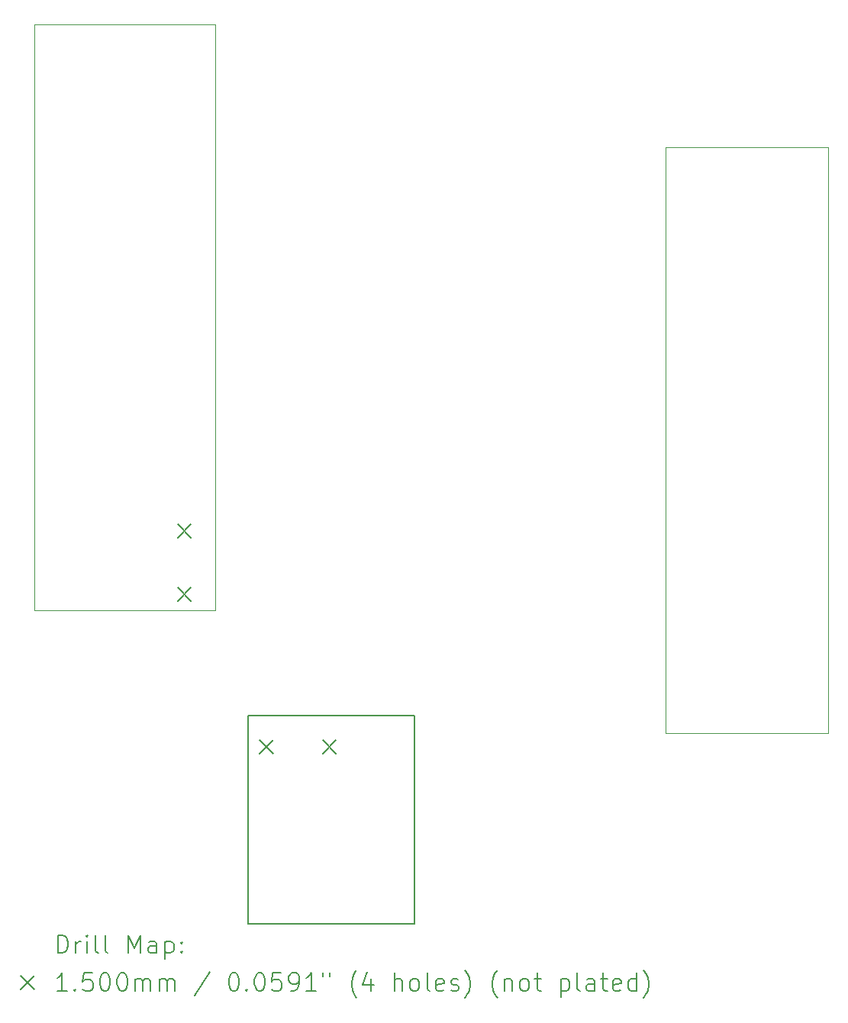
<source format=gbr>
%TF.GenerationSoftware,KiCad,Pcbnew,9.0.2*%
%TF.CreationDate,2025-07-09T03:35:44-04:00*%
%TF.ProjectId,FBT,4642542e-6b69-4636-9164-5f7063625858,rev?*%
%TF.SameCoordinates,Original*%
%TF.FileFunction,Drillmap*%
%TF.FilePolarity,Positive*%
%FSLAX45Y45*%
G04 Gerber Fmt 4.5, Leading zero omitted, Abs format (unit mm)*
G04 Created by KiCad (PCBNEW 9.0.2) date 2025-07-09 03:35:44*
%MOMM*%
%LPD*%
G01*
G04 APERTURE LIST*
%ADD10C,0.050000*%
%ADD11C,0.200000*%
%ADD12C,0.150000*%
G04 APERTURE END LIST*
D10*
X16150000Y-6070000D02*
X17950000Y-6070000D01*
X17950000Y-12570000D01*
X16150000Y-12570000D01*
X16150000Y-6070000D01*
D11*
X11517010Y-12381941D02*
X13367010Y-12381941D01*
X13367010Y-14691941D01*
X11517010Y-14691941D01*
X11517010Y-12381941D01*
D10*
X9150000Y-4710000D02*
X11150000Y-4710000D01*
X11150000Y-11210000D01*
X9150000Y-11210000D01*
X9150000Y-4710000D01*
D11*
D12*
X10735000Y-10255500D02*
X10885000Y-10405500D01*
X10885000Y-10255500D02*
X10735000Y-10405500D01*
X10735000Y-10955500D02*
X10885000Y-11105500D01*
X10885000Y-10955500D02*
X10735000Y-11105500D01*
X11644510Y-12649941D02*
X11794510Y-12799941D01*
X11794510Y-12649941D02*
X11644510Y-12799941D01*
X12344510Y-12649941D02*
X12494510Y-12799941D01*
X12494510Y-12649941D02*
X12344510Y-12799941D01*
D11*
X9408277Y-15013425D02*
X9408277Y-14813425D01*
X9408277Y-14813425D02*
X9455896Y-14813425D01*
X9455896Y-14813425D02*
X9484467Y-14822949D01*
X9484467Y-14822949D02*
X9503515Y-14841996D01*
X9503515Y-14841996D02*
X9513039Y-14861044D01*
X9513039Y-14861044D02*
X9522563Y-14899139D01*
X9522563Y-14899139D02*
X9522563Y-14927711D01*
X9522563Y-14927711D02*
X9513039Y-14965806D01*
X9513039Y-14965806D02*
X9503515Y-14984853D01*
X9503515Y-14984853D02*
X9484467Y-15003901D01*
X9484467Y-15003901D02*
X9455896Y-15013425D01*
X9455896Y-15013425D02*
X9408277Y-15013425D01*
X9608277Y-15013425D02*
X9608277Y-14880092D01*
X9608277Y-14918187D02*
X9617801Y-14899139D01*
X9617801Y-14899139D02*
X9627324Y-14889615D01*
X9627324Y-14889615D02*
X9646372Y-14880092D01*
X9646372Y-14880092D02*
X9665420Y-14880092D01*
X9732086Y-15013425D02*
X9732086Y-14880092D01*
X9732086Y-14813425D02*
X9722563Y-14822949D01*
X9722563Y-14822949D02*
X9732086Y-14832473D01*
X9732086Y-14832473D02*
X9741610Y-14822949D01*
X9741610Y-14822949D02*
X9732086Y-14813425D01*
X9732086Y-14813425D02*
X9732086Y-14832473D01*
X9855896Y-15013425D02*
X9836848Y-15003901D01*
X9836848Y-15003901D02*
X9827324Y-14984853D01*
X9827324Y-14984853D02*
X9827324Y-14813425D01*
X9960658Y-15013425D02*
X9941610Y-15003901D01*
X9941610Y-15003901D02*
X9932086Y-14984853D01*
X9932086Y-14984853D02*
X9932086Y-14813425D01*
X10189229Y-15013425D02*
X10189229Y-14813425D01*
X10189229Y-14813425D02*
X10255896Y-14956282D01*
X10255896Y-14956282D02*
X10322563Y-14813425D01*
X10322563Y-14813425D02*
X10322563Y-15013425D01*
X10503515Y-15013425D02*
X10503515Y-14908663D01*
X10503515Y-14908663D02*
X10493991Y-14889615D01*
X10493991Y-14889615D02*
X10474944Y-14880092D01*
X10474944Y-14880092D02*
X10436848Y-14880092D01*
X10436848Y-14880092D02*
X10417801Y-14889615D01*
X10503515Y-15003901D02*
X10484467Y-15013425D01*
X10484467Y-15013425D02*
X10436848Y-15013425D01*
X10436848Y-15013425D02*
X10417801Y-15003901D01*
X10417801Y-15003901D02*
X10408277Y-14984853D01*
X10408277Y-14984853D02*
X10408277Y-14965806D01*
X10408277Y-14965806D02*
X10417801Y-14946758D01*
X10417801Y-14946758D02*
X10436848Y-14937234D01*
X10436848Y-14937234D02*
X10484467Y-14937234D01*
X10484467Y-14937234D02*
X10503515Y-14927711D01*
X10598753Y-14880092D02*
X10598753Y-15080092D01*
X10598753Y-14889615D02*
X10617801Y-14880092D01*
X10617801Y-14880092D02*
X10655896Y-14880092D01*
X10655896Y-14880092D02*
X10674944Y-14889615D01*
X10674944Y-14889615D02*
X10684467Y-14899139D01*
X10684467Y-14899139D02*
X10693991Y-14918187D01*
X10693991Y-14918187D02*
X10693991Y-14975330D01*
X10693991Y-14975330D02*
X10684467Y-14994377D01*
X10684467Y-14994377D02*
X10674944Y-15003901D01*
X10674944Y-15003901D02*
X10655896Y-15013425D01*
X10655896Y-15013425D02*
X10617801Y-15013425D01*
X10617801Y-15013425D02*
X10598753Y-15003901D01*
X10779705Y-14994377D02*
X10789229Y-15003901D01*
X10789229Y-15003901D02*
X10779705Y-15013425D01*
X10779705Y-15013425D02*
X10770182Y-15003901D01*
X10770182Y-15003901D02*
X10779705Y-14994377D01*
X10779705Y-14994377D02*
X10779705Y-15013425D01*
X10779705Y-14889615D02*
X10789229Y-14899139D01*
X10789229Y-14899139D02*
X10779705Y-14908663D01*
X10779705Y-14908663D02*
X10770182Y-14899139D01*
X10770182Y-14899139D02*
X10779705Y-14889615D01*
X10779705Y-14889615D02*
X10779705Y-14908663D01*
D12*
X8997500Y-15266941D02*
X9147500Y-15416941D01*
X9147500Y-15266941D02*
X8997500Y-15416941D01*
D11*
X9513039Y-15433425D02*
X9398753Y-15433425D01*
X9455896Y-15433425D02*
X9455896Y-15233425D01*
X9455896Y-15233425D02*
X9436848Y-15261996D01*
X9436848Y-15261996D02*
X9417801Y-15281044D01*
X9417801Y-15281044D02*
X9398753Y-15290568D01*
X9598753Y-15414377D02*
X9608277Y-15423901D01*
X9608277Y-15423901D02*
X9598753Y-15433425D01*
X9598753Y-15433425D02*
X9589229Y-15423901D01*
X9589229Y-15423901D02*
X9598753Y-15414377D01*
X9598753Y-15414377D02*
X9598753Y-15433425D01*
X9789229Y-15233425D02*
X9693991Y-15233425D01*
X9693991Y-15233425D02*
X9684467Y-15328663D01*
X9684467Y-15328663D02*
X9693991Y-15319139D01*
X9693991Y-15319139D02*
X9713039Y-15309615D01*
X9713039Y-15309615D02*
X9760658Y-15309615D01*
X9760658Y-15309615D02*
X9779705Y-15319139D01*
X9779705Y-15319139D02*
X9789229Y-15328663D01*
X9789229Y-15328663D02*
X9798753Y-15347711D01*
X9798753Y-15347711D02*
X9798753Y-15395330D01*
X9798753Y-15395330D02*
X9789229Y-15414377D01*
X9789229Y-15414377D02*
X9779705Y-15423901D01*
X9779705Y-15423901D02*
X9760658Y-15433425D01*
X9760658Y-15433425D02*
X9713039Y-15433425D01*
X9713039Y-15433425D02*
X9693991Y-15423901D01*
X9693991Y-15423901D02*
X9684467Y-15414377D01*
X9922563Y-15233425D02*
X9941610Y-15233425D01*
X9941610Y-15233425D02*
X9960658Y-15242949D01*
X9960658Y-15242949D02*
X9970182Y-15252473D01*
X9970182Y-15252473D02*
X9979705Y-15271520D01*
X9979705Y-15271520D02*
X9989229Y-15309615D01*
X9989229Y-15309615D02*
X9989229Y-15357234D01*
X9989229Y-15357234D02*
X9979705Y-15395330D01*
X9979705Y-15395330D02*
X9970182Y-15414377D01*
X9970182Y-15414377D02*
X9960658Y-15423901D01*
X9960658Y-15423901D02*
X9941610Y-15433425D01*
X9941610Y-15433425D02*
X9922563Y-15433425D01*
X9922563Y-15433425D02*
X9903515Y-15423901D01*
X9903515Y-15423901D02*
X9893991Y-15414377D01*
X9893991Y-15414377D02*
X9884467Y-15395330D01*
X9884467Y-15395330D02*
X9874944Y-15357234D01*
X9874944Y-15357234D02*
X9874944Y-15309615D01*
X9874944Y-15309615D02*
X9884467Y-15271520D01*
X9884467Y-15271520D02*
X9893991Y-15252473D01*
X9893991Y-15252473D02*
X9903515Y-15242949D01*
X9903515Y-15242949D02*
X9922563Y-15233425D01*
X10113039Y-15233425D02*
X10132086Y-15233425D01*
X10132086Y-15233425D02*
X10151134Y-15242949D01*
X10151134Y-15242949D02*
X10160658Y-15252473D01*
X10160658Y-15252473D02*
X10170182Y-15271520D01*
X10170182Y-15271520D02*
X10179705Y-15309615D01*
X10179705Y-15309615D02*
X10179705Y-15357234D01*
X10179705Y-15357234D02*
X10170182Y-15395330D01*
X10170182Y-15395330D02*
X10160658Y-15414377D01*
X10160658Y-15414377D02*
X10151134Y-15423901D01*
X10151134Y-15423901D02*
X10132086Y-15433425D01*
X10132086Y-15433425D02*
X10113039Y-15433425D01*
X10113039Y-15433425D02*
X10093991Y-15423901D01*
X10093991Y-15423901D02*
X10084467Y-15414377D01*
X10084467Y-15414377D02*
X10074944Y-15395330D01*
X10074944Y-15395330D02*
X10065420Y-15357234D01*
X10065420Y-15357234D02*
X10065420Y-15309615D01*
X10065420Y-15309615D02*
X10074944Y-15271520D01*
X10074944Y-15271520D02*
X10084467Y-15252473D01*
X10084467Y-15252473D02*
X10093991Y-15242949D01*
X10093991Y-15242949D02*
X10113039Y-15233425D01*
X10265420Y-15433425D02*
X10265420Y-15300092D01*
X10265420Y-15319139D02*
X10274944Y-15309615D01*
X10274944Y-15309615D02*
X10293991Y-15300092D01*
X10293991Y-15300092D02*
X10322563Y-15300092D01*
X10322563Y-15300092D02*
X10341610Y-15309615D01*
X10341610Y-15309615D02*
X10351134Y-15328663D01*
X10351134Y-15328663D02*
X10351134Y-15433425D01*
X10351134Y-15328663D02*
X10360658Y-15309615D01*
X10360658Y-15309615D02*
X10379705Y-15300092D01*
X10379705Y-15300092D02*
X10408277Y-15300092D01*
X10408277Y-15300092D02*
X10427325Y-15309615D01*
X10427325Y-15309615D02*
X10436848Y-15328663D01*
X10436848Y-15328663D02*
X10436848Y-15433425D01*
X10532086Y-15433425D02*
X10532086Y-15300092D01*
X10532086Y-15319139D02*
X10541610Y-15309615D01*
X10541610Y-15309615D02*
X10560658Y-15300092D01*
X10560658Y-15300092D02*
X10589229Y-15300092D01*
X10589229Y-15300092D02*
X10608277Y-15309615D01*
X10608277Y-15309615D02*
X10617801Y-15328663D01*
X10617801Y-15328663D02*
X10617801Y-15433425D01*
X10617801Y-15328663D02*
X10627325Y-15309615D01*
X10627325Y-15309615D02*
X10646372Y-15300092D01*
X10646372Y-15300092D02*
X10674944Y-15300092D01*
X10674944Y-15300092D02*
X10693991Y-15309615D01*
X10693991Y-15309615D02*
X10703515Y-15328663D01*
X10703515Y-15328663D02*
X10703515Y-15433425D01*
X11093991Y-15223901D02*
X10922563Y-15481044D01*
X11351134Y-15233425D02*
X11370182Y-15233425D01*
X11370182Y-15233425D02*
X11389229Y-15242949D01*
X11389229Y-15242949D02*
X11398753Y-15252473D01*
X11398753Y-15252473D02*
X11408277Y-15271520D01*
X11408277Y-15271520D02*
X11417801Y-15309615D01*
X11417801Y-15309615D02*
X11417801Y-15357234D01*
X11417801Y-15357234D02*
X11408277Y-15395330D01*
X11408277Y-15395330D02*
X11398753Y-15414377D01*
X11398753Y-15414377D02*
X11389229Y-15423901D01*
X11389229Y-15423901D02*
X11370182Y-15433425D01*
X11370182Y-15433425D02*
X11351134Y-15433425D01*
X11351134Y-15433425D02*
X11332086Y-15423901D01*
X11332086Y-15423901D02*
X11322563Y-15414377D01*
X11322563Y-15414377D02*
X11313039Y-15395330D01*
X11313039Y-15395330D02*
X11303515Y-15357234D01*
X11303515Y-15357234D02*
X11303515Y-15309615D01*
X11303515Y-15309615D02*
X11313039Y-15271520D01*
X11313039Y-15271520D02*
X11322563Y-15252473D01*
X11322563Y-15252473D02*
X11332086Y-15242949D01*
X11332086Y-15242949D02*
X11351134Y-15233425D01*
X11503515Y-15414377D02*
X11513039Y-15423901D01*
X11513039Y-15423901D02*
X11503515Y-15433425D01*
X11503515Y-15433425D02*
X11493991Y-15423901D01*
X11493991Y-15423901D02*
X11503515Y-15414377D01*
X11503515Y-15414377D02*
X11503515Y-15433425D01*
X11636848Y-15233425D02*
X11655896Y-15233425D01*
X11655896Y-15233425D02*
X11674944Y-15242949D01*
X11674944Y-15242949D02*
X11684467Y-15252473D01*
X11684467Y-15252473D02*
X11693991Y-15271520D01*
X11693991Y-15271520D02*
X11703515Y-15309615D01*
X11703515Y-15309615D02*
X11703515Y-15357234D01*
X11703515Y-15357234D02*
X11693991Y-15395330D01*
X11693991Y-15395330D02*
X11684467Y-15414377D01*
X11684467Y-15414377D02*
X11674944Y-15423901D01*
X11674944Y-15423901D02*
X11655896Y-15433425D01*
X11655896Y-15433425D02*
X11636848Y-15433425D01*
X11636848Y-15433425D02*
X11617801Y-15423901D01*
X11617801Y-15423901D02*
X11608277Y-15414377D01*
X11608277Y-15414377D02*
X11598753Y-15395330D01*
X11598753Y-15395330D02*
X11589229Y-15357234D01*
X11589229Y-15357234D02*
X11589229Y-15309615D01*
X11589229Y-15309615D02*
X11598753Y-15271520D01*
X11598753Y-15271520D02*
X11608277Y-15252473D01*
X11608277Y-15252473D02*
X11617801Y-15242949D01*
X11617801Y-15242949D02*
X11636848Y-15233425D01*
X11884467Y-15233425D02*
X11789229Y-15233425D01*
X11789229Y-15233425D02*
X11779706Y-15328663D01*
X11779706Y-15328663D02*
X11789229Y-15319139D01*
X11789229Y-15319139D02*
X11808277Y-15309615D01*
X11808277Y-15309615D02*
X11855896Y-15309615D01*
X11855896Y-15309615D02*
X11874944Y-15319139D01*
X11874944Y-15319139D02*
X11884467Y-15328663D01*
X11884467Y-15328663D02*
X11893991Y-15347711D01*
X11893991Y-15347711D02*
X11893991Y-15395330D01*
X11893991Y-15395330D02*
X11884467Y-15414377D01*
X11884467Y-15414377D02*
X11874944Y-15423901D01*
X11874944Y-15423901D02*
X11855896Y-15433425D01*
X11855896Y-15433425D02*
X11808277Y-15433425D01*
X11808277Y-15433425D02*
X11789229Y-15423901D01*
X11789229Y-15423901D02*
X11779706Y-15414377D01*
X11989229Y-15433425D02*
X12027325Y-15433425D01*
X12027325Y-15433425D02*
X12046372Y-15423901D01*
X12046372Y-15423901D02*
X12055896Y-15414377D01*
X12055896Y-15414377D02*
X12074944Y-15385806D01*
X12074944Y-15385806D02*
X12084467Y-15347711D01*
X12084467Y-15347711D02*
X12084467Y-15271520D01*
X12084467Y-15271520D02*
X12074944Y-15252473D01*
X12074944Y-15252473D02*
X12065420Y-15242949D01*
X12065420Y-15242949D02*
X12046372Y-15233425D01*
X12046372Y-15233425D02*
X12008277Y-15233425D01*
X12008277Y-15233425D02*
X11989229Y-15242949D01*
X11989229Y-15242949D02*
X11979706Y-15252473D01*
X11979706Y-15252473D02*
X11970182Y-15271520D01*
X11970182Y-15271520D02*
X11970182Y-15319139D01*
X11970182Y-15319139D02*
X11979706Y-15338187D01*
X11979706Y-15338187D02*
X11989229Y-15347711D01*
X11989229Y-15347711D02*
X12008277Y-15357234D01*
X12008277Y-15357234D02*
X12046372Y-15357234D01*
X12046372Y-15357234D02*
X12065420Y-15347711D01*
X12065420Y-15347711D02*
X12074944Y-15338187D01*
X12074944Y-15338187D02*
X12084467Y-15319139D01*
X12274944Y-15433425D02*
X12160658Y-15433425D01*
X12217801Y-15433425D02*
X12217801Y-15233425D01*
X12217801Y-15233425D02*
X12198753Y-15261996D01*
X12198753Y-15261996D02*
X12179706Y-15281044D01*
X12179706Y-15281044D02*
X12160658Y-15290568D01*
X12351134Y-15233425D02*
X12351134Y-15271520D01*
X12427325Y-15233425D02*
X12427325Y-15271520D01*
X12722563Y-15509615D02*
X12713039Y-15500092D01*
X12713039Y-15500092D02*
X12693991Y-15471520D01*
X12693991Y-15471520D02*
X12684468Y-15452473D01*
X12684468Y-15452473D02*
X12674944Y-15423901D01*
X12674944Y-15423901D02*
X12665420Y-15376282D01*
X12665420Y-15376282D02*
X12665420Y-15338187D01*
X12665420Y-15338187D02*
X12674944Y-15290568D01*
X12674944Y-15290568D02*
X12684468Y-15261996D01*
X12684468Y-15261996D02*
X12693991Y-15242949D01*
X12693991Y-15242949D02*
X12713039Y-15214377D01*
X12713039Y-15214377D02*
X12722563Y-15204853D01*
X12884468Y-15300092D02*
X12884468Y-15433425D01*
X12836848Y-15223901D02*
X12789229Y-15366758D01*
X12789229Y-15366758D02*
X12913039Y-15366758D01*
X13141610Y-15433425D02*
X13141610Y-15233425D01*
X13227325Y-15433425D02*
X13227325Y-15328663D01*
X13227325Y-15328663D02*
X13217801Y-15309615D01*
X13217801Y-15309615D02*
X13198753Y-15300092D01*
X13198753Y-15300092D02*
X13170182Y-15300092D01*
X13170182Y-15300092D02*
X13151134Y-15309615D01*
X13151134Y-15309615D02*
X13141610Y-15319139D01*
X13351134Y-15433425D02*
X13332087Y-15423901D01*
X13332087Y-15423901D02*
X13322563Y-15414377D01*
X13322563Y-15414377D02*
X13313039Y-15395330D01*
X13313039Y-15395330D02*
X13313039Y-15338187D01*
X13313039Y-15338187D02*
X13322563Y-15319139D01*
X13322563Y-15319139D02*
X13332087Y-15309615D01*
X13332087Y-15309615D02*
X13351134Y-15300092D01*
X13351134Y-15300092D02*
X13379706Y-15300092D01*
X13379706Y-15300092D02*
X13398753Y-15309615D01*
X13398753Y-15309615D02*
X13408277Y-15319139D01*
X13408277Y-15319139D02*
X13417801Y-15338187D01*
X13417801Y-15338187D02*
X13417801Y-15395330D01*
X13417801Y-15395330D02*
X13408277Y-15414377D01*
X13408277Y-15414377D02*
X13398753Y-15423901D01*
X13398753Y-15423901D02*
X13379706Y-15433425D01*
X13379706Y-15433425D02*
X13351134Y-15433425D01*
X13532087Y-15433425D02*
X13513039Y-15423901D01*
X13513039Y-15423901D02*
X13503515Y-15404853D01*
X13503515Y-15404853D02*
X13503515Y-15233425D01*
X13684468Y-15423901D02*
X13665420Y-15433425D01*
X13665420Y-15433425D02*
X13627325Y-15433425D01*
X13627325Y-15433425D02*
X13608277Y-15423901D01*
X13608277Y-15423901D02*
X13598753Y-15404853D01*
X13598753Y-15404853D02*
X13598753Y-15328663D01*
X13598753Y-15328663D02*
X13608277Y-15309615D01*
X13608277Y-15309615D02*
X13627325Y-15300092D01*
X13627325Y-15300092D02*
X13665420Y-15300092D01*
X13665420Y-15300092D02*
X13684468Y-15309615D01*
X13684468Y-15309615D02*
X13693991Y-15328663D01*
X13693991Y-15328663D02*
X13693991Y-15347711D01*
X13693991Y-15347711D02*
X13598753Y-15366758D01*
X13770182Y-15423901D02*
X13789230Y-15433425D01*
X13789230Y-15433425D02*
X13827325Y-15433425D01*
X13827325Y-15433425D02*
X13846372Y-15423901D01*
X13846372Y-15423901D02*
X13855896Y-15404853D01*
X13855896Y-15404853D02*
X13855896Y-15395330D01*
X13855896Y-15395330D02*
X13846372Y-15376282D01*
X13846372Y-15376282D02*
X13827325Y-15366758D01*
X13827325Y-15366758D02*
X13798753Y-15366758D01*
X13798753Y-15366758D02*
X13779706Y-15357234D01*
X13779706Y-15357234D02*
X13770182Y-15338187D01*
X13770182Y-15338187D02*
X13770182Y-15328663D01*
X13770182Y-15328663D02*
X13779706Y-15309615D01*
X13779706Y-15309615D02*
X13798753Y-15300092D01*
X13798753Y-15300092D02*
X13827325Y-15300092D01*
X13827325Y-15300092D02*
X13846372Y-15309615D01*
X13922563Y-15509615D02*
X13932087Y-15500092D01*
X13932087Y-15500092D02*
X13951134Y-15471520D01*
X13951134Y-15471520D02*
X13960658Y-15452473D01*
X13960658Y-15452473D02*
X13970182Y-15423901D01*
X13970182Y-15423901D02*
X13979706Y-15376282D01*
X13979706Y-15376282D02*
X13979706Y-15338187D01*
X13979706Y-15338187D02*
X13970182Y-15290568D01*
X13970182Y-15290568D02*
X13960658Y-15261996D01*
X13960658Y-15261996D02*
X13951134Y-15242949D01*
X13951134Y-15242949D02*
X13932087Y-15214377D01*
X13932087Y-15214377D02*
X13922563Y-15204853D01*
X14284468Y-15509615D02*
X14274944Y-15500092D01*
X14274944Y-15500092D02*
X14255896Y-15471520D01*
X14255896Y-15471520D02*
X14246372Y-15452473D01*
X14246372Y-15452473D02*
X14236849Y-15423901D01*
X14236849Y-15423901D02*
X14227325Y-15376282D01*
X14227325Y-15376282D02*
X14227325Y-15338187D01*
X14227325Y-15338187D02*
X14236849Y-15290568D01*
X14236849Y-15290568D02*
X14246372Y-15261996D01*
X14246372Y-15261996D02*
X14255896Y-15242949D01*
X14255896Y-15242949D02*
X14274944Y-15214377D01*
X14274944Y-15214377D02*
X14284468Y-15204853D01*
X14360658Y-15300092D02*
X14360658Y-15433425D01*
X14360658Y-15319139D02*
X14370182Y-15309615D01*
X14370182Y-15309615D02*
X14389230Y-15300092D01*
X14389230Y-15300092D02*
X14417801Y-15300092D01*
X14417801Y-15300092D02*
X14436849Y-15309615D01*
X14436849Y-15309615D02*
X14446372Y-15328663D01*
X14446372Y-15328663D02*
X14446372Y-15433425D01*
X14570182Y-15433425D02*
X14551134Y-15423901D01*
X14551134Y-15423901D02*
X14541611Y-15414377D01*
X14541611Y-15414377D02*
X14532087Y-15395330D01*
X14532087Y-15395330D02*
X14532087Y-15338187D01*
X14532087Y-15338187D02*
X14541611Y-15319139D01*
X14541611Y-15319139D02*
X14551134Y-15309615D01*
X14551134Y-15309615D02*
X14570182Y-15300092D01*
X14570182Y-15300092D02*
X14598753Y-15300092D01*
X14598753Y-15300092D02*
X14617801Y-15309615D01*
X14617801Y-15309615D02*
X14627325Y-15319139D01*
X14627325Y-15319139D02*
X14636849Y-15338187D01*
X14636849Y-15338187D02*
X14636849Y-15395330D01*
X14636849Y-15395330D02*
X14627325Y-15414377D01*
X14627325Y-15414377D02*
X14617801Y-15423901D01*
X14617801Y-15423901D02*
X14598753Y-15433425D01*
X14598753Y-15433425D02*
X14570182Y-15433425D01*
X14693992Y-15300092D02*
X14770182Y-15300092D01*
X14722563Y-15233425D02*
X14722563Y-15404853D01*
X14722563Y-15404853D02*
X14732087Y-15423901D01*
X14732087Y-15423901D02*
X14751134Y-15433425D01*
X14751134Y-15433425D02*
X14770182Y-15433425D01*
X14989230Y-15300092D02*
X14989230Y-15500092D01*
X14989230Y-15309615D02*
X15008277Y-15300092D01*
X15008277Y-15300092D02*
X15046373Y-15300092D01*
X15046373Y-15300092D02*
X15065420Y-15309615D01*
X15065420Y-15309615D02*
X15074944Y-15319139D01*
X15074944Y-15319139D02*
X15084468Y-15338187D01*
X15084468Y-15338187D02*
X15084468Y-15395330D01*
X15084468Y-15395330D02*
X15074944Y-15414377D01*
X15074944Y-15414377D02*
X15065420Y-15423901D01*
X15065420Y-15423901D02*
X15046373Y-15433425D01*
X15046373Y-15433425D02*
X15008277Y-15433425D01*
X15008277Y-15433425D02*
X14989230Y-15423901D01*
X15198753Y-15433425D02*
X15179706Y-15423901D01*
X15179706Y-15423901D02*
X15170182Y-15404853D01*
X15170182Y-15404853D02*
X15170182Y-15233425D01*
X15360658Y-15433425D02*
X15360658Y-15328663D01*
X15360658Y-15328663D02*
X15351134Y-15309615D01*
X15351134Y-15309615D02*
X15332087Y-15300092D01*
X15332087Y-15300092D02*
X15293992Y-15300092D01*
X15293992Y-15300092D02*
X15274944Y-15309615D01*
X15360658Y-15423901D02*
X15341611Y-15433425D01*
X15341611Y-15433425D02*
X15293992Y-15433425D01*
X15293992Y-15433425D02*
X15274944Y-15423901D01*
X15274944Y-15423901D02*
X15265420Y-15404853D01*
X15265420Y-15404853D02*
X15265420Y-15385806D01*
X15265420Y-15385806D02*
X15274944Y-15366758D01*
X15274944Y-15366758D02*
X15293992Y-15357234D01*
X15293992Y-15357234D02*
X15341611Y-15357234D01*
X15341611Y-15357234D02*
X15360658Y-15347711D01*
X15427325Y-15300092D02*
X15503515Y-15300092D01*
X15455896Y-15233425D02*
X15455896Y-15404853D01*
X15455896Y-15404853D02*
X15465420Y-15423901D01*
X15465420Y-15423901D02*
X15484468Y-15433425D01*
X15484468Y-15433425D02*
X15503515Y-15433425D01*
X15646373Y-15423901D02*
X15627325Y-15433425D01*
X15627325Y-15433425D02*
X15589230Y-15433425D01*
X15589230Y-15433425D02*
X15570182Y-15423901D01*
X15570182Y-15423901D02*
X15560658Y-15404853D01*
X15560658Y-15404853D02*
X15560658Y-15328663D01*
X15560658Y-15328663D02*
X15570182Y-15309615D01*
X15570182Y-15309615D02*
X15589230Y-15300092D01*
X15589230Y-15300092D02*
X15627325Y-15300092D01*
X15627325Y-15300092D02*
X15646373Y-15309615D01*
X15646373Y-15309615D02*
X15655896Y-15328663D01*
X15655896Y-15328663D02*
X15655896Y-15347711D01*
X15655896Y-15347711D02*
X15560658Y-15366758D01*
X15827325Y-15433425D02*
X15827325Y-15233425D01*
X15827325Y-15423901D02*
X15808277Y-15433425D01*
X15808277Y-15433425D02*
X15770182Y-15433425D01*
X15770182Y-15433425D02*
X15751134Y-15423901D01*
X15751134Y-15423901D02*
X15741611Y-15414377D01*
X15741611Y-15414377D02*
X15732087Y-15395330D01*
X15732087Y-15395330D02*
X15732087Y-15338187D01*
X15732087Y-15338187D02*
X15741611Y-15319139D01*
X15741611Y-15319139D02*
X15751134Y-15309615D01*
X15751134Y-15309615D02*
X15770182Y-15300092D01*
X15770182Y-15300092D02*
X15808277Y-15300092D01*
X15808277Y-15300092D02*
X15827325Y-15309615D01*
X15903515Y-15509615D02*
X15913039Y-15500092D01*
X15913039Y-15500092D02*
X15932087Y-15471520D01*
X15932087Y-15471520D02*
X15941611Y-15452473D01*
X15941611Y-15452473D02*
X15951134Y-15423901D01*
X15951134Y-15423901D02*
X15960658Y-15376282D01*
X15960658Y-15376282D02*
X15960658Y-15338187D01*
X15960658Y-15338187D02*
X15951134Y-15290568D01*
X15951134Y-15290568D02*
X15941611Y-15261996D01*
X15941611Y-15261996D02*
X15932087Y-15242949D01*
X15932087Y-15242949D02*
X15913039Y-15214377D01*
X15913039Y-15214377D02*
X15903515Y-15204853D01*
M02*

</source>
